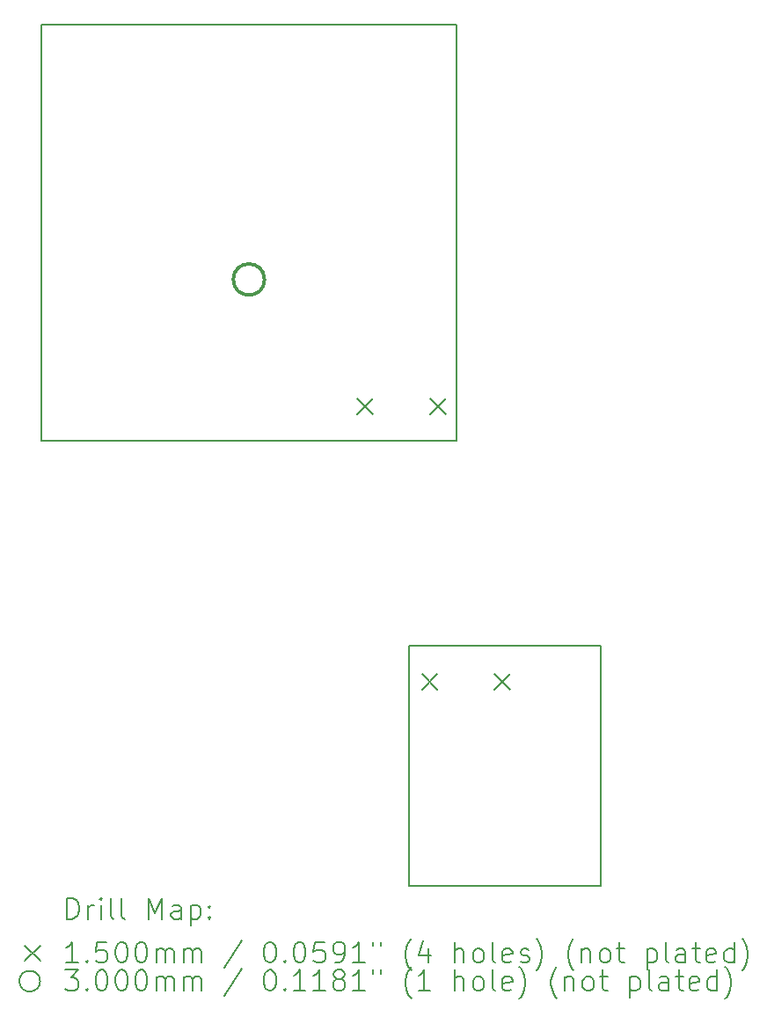
<source format=gbr>
%TF.GenerationSoftware,KiCad,Pcbnew,9.0.2*%
%TF.CreationDate,2025-07-09T02:03:54-04:00*%
%TF.ProjectId,FBT,4642542e-6b69-4636-9164-5f7063625858,rev?*%
%TF.SameCoordinates,Original*%
%TF.FileFunction,Drillmap*%
%TF.FilePolarity,Positive*%
%FSLAX45Y45*%
G04 Gerber Fmt 4.5, Leading zero omitted, Abs format (unit mm)*
G04 Created by KiCad (PCBNEW 9.0.2) date 2025-07-09 02:03:54*
%MOMM*%
%LPD*%
G01*
G04 APERTURE LIST*
%ADD10C,0.200000*%
%ADD11C,0.150000*%
%ADD12C,0.300000*%
G04 APERTURE END LIST*
D10*
X16539000Y-10973000D02*
X18389000Y-10973000D01*
X18389000Y-13283000D01*
X16539000Y-13283000D01*
X16539000Y-10973000D01*
X13000000Y-5000000D02*
X17000000Y-5000000D01*
X17000000Y-9000000D01*
X13000000Y-9000000D01*
X13000000Y-5000000D01*
D11*
X16045500Y-8595000D02*
X16195500Y-8745000D01*
X16195500Y-8595000D02*
X16045500Y-8745000D01*
X16665000Y-11245000D02*
X16815000Y-11395000D01*
X16815000Y-11245000D02*
X16665000Y-11395000D01*
X16745500Y-8595000D02*
X16895500Y-8745000D01*
X16895500Y-8595000D02*
X16745500Y-8745000D01*
X17365000Y-11245000D02*
X17515000Y-11395000D01*
X17515000Y-11245000D02*
X17365000Y-11395000D01*
D12*
X15150000Y-7450000D02*
G75*
G02*
X14850000Y-7450000I-150000J0D01*
G01*
X14850000Y-7450000D02*
G75*
G02*
X15150000Y-7450000I150000J0D01*
G01*
D10*
X13250777Y-13604484D02*
X13250777Y-13404484D01*
X13250777Y-13404484D02*
X13298396Y-13404484D01*
X13298396Y-13404484D02*
X13326967Y-13414008D01*
X13326967Y-13414008D02*
X13346015Y-13433055D01*
X13346015Y-13433055D02*
X13355539Y-13452103D01*
X13355539Y-13452103D02*
X13365062Y-13490198D01*
X13365062Y-13490198D02*
X13365062Y-13518769D01*
X13365062Y-13518769D02*
X13355539Y-13556865D01*
X13355539Y-13556865D02*
X13346015Y-13575912D01*
X13346015Y-13575912D02*
X13326967Y-13594960D01*
X13326967Y-13594960D02*
X13298396Y-13604484D01*
X13298396Y-13604484D02*
X13250777Y-13604484D01*
X13450777Y-13604484D02*
X13450777Y-13471150D01*
X13450777Y-13509246D02*
X13460301Y-13490198D01*
X13460301Y-13490198D02*
X13469824Y-13480674D01*
X13469824Y-13480674D02*
X13488872Y-13471150D01*
X13488872Y-13471150D02*
X13507920Y-13471150D01*
X13574586Y-13604484D02*
X13574586Y-13471150D01*
X13574586Y-13404484D02*
X13565062Y-13414008D01*
X13565062Y-13414008D02*
X13574586Y-13423531D01*
X13574586Y-13423531D02*
X13584110Y-13414008D01*
X13584110Y-13414008D02*
X13574586Y-13404484D01*
X13574586Y-13404484D02*
X13574586Y-13423531D01*
X13698396Y-13604484D02*
X13679348Y-13594960D01*
X13679348Y-13594960D02*
X13669824Y-13575912D01*
X13669824Y-13575912D02*
X13669824Y-13404484D01*
X13803158Y-13604484D02*
X13784110Y-13594960D01*
X13784110Y-13594960D02*
X13774586Y-13575912D01*
X13774586Y-13575912D02*
X13774586Y-13404484D01*
X14031729Y-13604484D02*
X14031729Y-13404484D01*
X14031729Y-13404484D02*
X14098396Y-13547341D01*
X14098396Y-13547341D02*
X14165062Y-13404484D01*
X14165062Y-13404484D02*
X14165062Y-13604484D01*
X14346015Y-13604484D02*
X14346015Y-13499722D01*
X14346015Y-13499722D02*
X14336491Y-13480674D01*
X14336491Y-13480674D02*
X14317443Y-13471150D01*
X14317443Y-13471150D02*
X14279348Y-13471150D01*
X14279348Y-13471150D02*
X14260301Y-13480674D01*
X14346015Y-13594960D02*
X14326967Y-13604484D01*
X14326967Y-13604484D02*
X14279348Y-13604484D01*
X14279348Y-13604484D02*
X14260301Y-13594960D01*
X14260301Y-13594960D02*
X14250777Y-13575912D01*
X14250777Y-13575912D02*
X14250777Y-13556865D01*
X14250777Y-13556865D02*
X14260301Y-13537817D01*
X14260301Y-13537817D02*
X14279348Y-13528293D01*
X14279348Y-13528293D02*
X14326967Y-13528293D01*
X14326967Y-13528293D02*
X14346015Y-13518769D01*
X14441253Y-13471150D02*
X14441253Y-13671150D01*
X14441253Y-13480674D02*
X14460301Y-13471150D01*
X14460301Y-13471150D02*
X14498396Y-13471150D01*
X14498396Y-13471150D02*
X14517443Y-13480674D01*
X14517443Y-13480674D02*
X14526967Y-13490198D01*
X14526967Y-13490198D02*
X14536491Y-13509246D01*
X14536491Y-13509246D02*
X14536491Y-13566388D01*
X14536491Y-13566388D02*
X14526967Y-13585436D01*
X14526967Y-13585436D02*
X14517443Y-13594960D01*
X14517443Y-13594960D02*
X14498396Y-13604484D01*
X14498396Y-13604484D02*
X14460301Y-13604484D01*
X14460301Y-13604484D02*
X14441253Y-13594960D01*
X14622205Y-13585436D02*
X14631729Y-13594960D01*
X14631729Y-13594960D02*
X14622205Y-13604484D01*
X14622205Y-13604484D02*
X14612682Y-13594960D01*
X14612682Y-13594960D02*
X14622205Y-13585436D01*
X14622205Y-13585436D02*
X14622205Y-13604484D01*
X14622205Y-13480674D02*
X14631729Y-13490198D01*
X14631729Y-13490198D02*
X14622205Y-13499722D01*
X14622205Y-13499722D02*
X14612682Y-13490198D01*
X14612682Y-13490198D02*
X14622205Y-13480674D01*
X14622205Y-13480674D02*
X14622205Y-13499722D01*
D11*
X12840000Y-13858000D02*
X12990000Y-14008000D01*
X12990000Y-13858000D02*
X12840000Y-14008000D01*
D10*
X13355539Y-14024484D02*
X13241253Y-14024484D01*
X13298396Y-14024484D02*
X13298396Y-13824484D01*
X13298396Y-13824484D02*
X13279348Y-13853055D01*
X13279348Y-13853055D02*
X13260301Y-13872103D01*
X13260301Y-13872103D02*
X13241253Y-13881627D01*
X13441253Y-14005436D02*
X13450777Y-14014960D01*
X13450777Y-14014960D02*
X13441253Y-14024484D01*
X13441253Y-14024484D02*
X13431729Y-14014960D01*
X13431729Y-14014960D02*
X13441253Y-14005436D01*
X13441253Y-14005436D02*
X13441253Y-14024484D01*
X13631729Y-13824484D02*
X13536491Y-13824484D01*
X13536491Y-13824484D02*
X13526967Y-13919722D01*
X13526967Y-13919722D02*
X13536491Y-13910198D01*
X13536491Y-13910198D02*
X13555539Y-13900674D01*
X13555539Y-13900674D02*
X13603158Y-13900674D01*
X13603158Y-13900674D02*
X13622205Y-13910198D01*
X13622205Y-13910198D02*
X13631729Y-13919722D01*
X13631729Y-13919722D02*
X13641253Y-13938769D01*
X13641253Y-13938769D02*
X13641253Y-13986388D01*
X13641253Y-13986388D02*
X13631729Y-14005436D01*
X13631729Y-14005436D02*
X13622205Y-14014960D01*
X13622205Y-14014960D02*
X13603158Y-14024484D01*
X13603158Y-14024484D02*
X13555539Y-14024484D01*
X13555539Y-14024484D02*
X13536491Y-14014960D01*
X13536491Y-14014960D02*
X13526967Y-14005436D01*
X13765062Y-13824484D02*
X13784110Y-13824484D01*
X13784110Y-13824484D02*
X13803158Y-13834008D01*
X13803158Y-13834008D02*
X13812682Y-13843531D01*
X13812682Y-13843531D02*
X13822205Y-13862579D01*
X13822205Y-13862579D02*
X13831729Y-13900674D01*
X13831729Y-13900674D02*
X13831729Y-13948293D01*
X13831729Y-13948293D02*
X13822205Y-13986388D01*
X13822205Y-13986388D02*
X13812682Y-14005436D01*
X13812682Y-14005436D02*
X13803158Y-14014960D01*
X13803158Y-14014960D02*
X13784110Y-14024484D01*
X13784110Y-14024484D02*
X13765062Y-14024484D01*
X13765062Y-14024484D02*
X13746015Y-14014960D01*
X13746015Y-14014960D02*
X13736491Y-14005436D01*
X13736491Y-14005436D02*
X13726967Y-13986388D01*
X13726967Y-13986388D02*
X13717443Y-13948293D01*
X13717443Y-13948293D02*
X13717443Y-13900674D01*
X13717443Y-13900674D02*
X13726967Y-13862579D01*
X13726967Y-13862579D02*
X13736491Y-13843531D01*
X13736491Y-13843531D02*
X13746015Y-13834008D01*
X13746015Y-13834008D02*
X13765062Y-13824484D01*
X13955539Y-13824484D02*
X13974586Y-13824484D01*
X13974586Y-13824484D02*
X13993634Y-13834008D01*
X13993634Y-13834008D02*
X14003158Y-13843531D01*
X14003158Y-13843531D02*
X14012682Y-13862579D01*
X14012682Y-13862579D02*
X14022205Y-13900674D01*
X14022205Y-13900674D02*
X14022205Y-13948293D01*
X14022205Y-13948293D02*
X14012682Y-13986388D01*
X14012682Y-13986388D02*
X14003158Y-14005436D01*
X14003158Y-14005436D02*
X13993634Y-14014960D01*
X13993634Y-14014960D02*
X13974586Y-14024484D01*
X13974586Y-14024484D02*
X13955539Y-14024484D01*
X13955539Y-14024484D02*
X13936491Y-14014960D01*
X13936491Y-14014960D02*
X13926967Y-14005436D01*
X13926967Y-14005436D02*
X13917443Y-13986388D01*
X13917443Y-13986388D02*
X13907920Y-13948293D01*
X13907920Y-13948293D02*
X13907920Y-13900674D01*
X13907920Y-13900674D02*
X13917443Y-13862579D01*
X13917443Y-13862579D02*
X13926967Y-13843531D01*
X13926967Y-13843531D02*
X13936491Y-13834008D01*
X13936491Y-13834008D02*
X13955539Y-13824484D01*
X14107920Y-14024484D02*
X14107920Y-13891150D01*
X14107920Y-13910198D02*
X14117443Y-13900674D01*
X14117443Y-13900674D02*
X14136491Y-13891150D01*
X14136491Y-13891150D02*
X14165063Y-13891150D01*
X14165063Y-13891150D02*
X14184110Y-13900674D01*
X14184110Y-13900674D02*
X14193634Y-13919722D01*
X14193634Y-13919722D02*
X14193634Y-14024484D01*
X14193634Y-13919722D02*
X14203158Y-13900674D01*
X14203158Y-13900674D02*
X14222205Y-13891150D01*
X14222205Y-13891150D02*
X14250777Y-13891150D01*
X14250777Y-13891150D02*
X14269824Y-13900674D01*
X14269824Y-13900674D02*
X14279348Y-13919722D01*
X14279348Y-13919722D02*
X14279348Y-14024484D01*
X14374586Y-14024484D02*
X14374586Y-13891150D01*
X14374586Y-13910198D02*
X14384110Y-13900674D01*
X14384110Y-13900674D02*
X14403158Y-13891150D01*
X14403158Y-13891150D02*
X14431729Y-13891150D01*
X14431729Y-13891150D02*
X14450777Y-13900674D01*
X14450777Y-13900674D02*
X14460301Y-13919722D01*
X14460301Y-13919722D02*
X14460301Y-14024484D01*
X14460301Y-13919722D02*
X14469824Y-13900674D01*
X14469824Y-13900674D02*
X14488872Y-13891150D01*
X14488872Y-13891150D02*
X14517443Y-13891150D01*
X14517443Y-13891150D02*
X14536491Y-13900674D01*
X14536491Y-13900674D02*
X14546015Y-13919722D01*
X14546015Y-13919722D02*
X14546015Y-14024484D01*
X14936491Y-13814960D02*
X14765063Y-14072103D01*
X15193634Y-13824484D02*
X15212682Y-13824484D01*
X15212682Y-13824484D02*
X15231729Y-13834008D01*
X15231729Y-13834008D02*
X15241253Y-13843531D01*
X15241253Y-13843531D02*
X15250777Y-13862579D01*
X15250777Y-13862579D02*
X15260301Y-13900674D01*
X15260301Y-13900674D02*
X15260301Y-13948293D01*
X15260301Y-13948293D02*
X15250777Y-13986388D01*
X15250777Y-13986388D02*
X15241253Y-14005436D01*
X15241253Y-14005436D02*
X15231729Y-14014960D01*
X15231729Y-14014960D02*
X15212682Y-14024484D01*
X15212682Y-14024484D02*
X15193634Y-14024484D01*
X15193634Y-14024484D02*
X15174586Y-14014960D01*
X15174586Y-14014960D02*
X15165063Y-14005436D01*
X15165063Y-14005436D02*
X15155539Y-13986388D01*
X15155539Y-13986388D02*
X15146015Y-13948293D01*
X15146015Y-13948293D02*
X15146015Y-13900674D01*
X15146015Y-13900674D02*
X15155539Y-13862579D01*
X15155539Y-13862579D02*
X15165063Y-13843531D01*
X15165063Y-13843531D02*
X15174586Y-13834008D01*
X15174586Y-13834008D02*
X15193634Y-13824484D01*
X15346015Y-14005436D02*
X15355539Y-14014960D01*
X15355539Y-14014960D02*
X15346015Y-14024484D01*
X15346015Y-14024484D02*
X15336491Y-14014960D01*
X15336491Y-14014960D02*
X15346015Y-14005436D01*
X15346015Y-14005436D02*
X15346015Y-14024484D01*
X15479348Y-13824484D02*
X15498396Y-13824484D01*
X15498396Y-13824484D02*
X15517444Y-13834008D01*
X15517444Y-13834008D02*
X15526967Y-13843531D01*
X15526967Y-13843531D02*
X15536491Y-13862579D01*
X15536491Y-13862579D02*
X15546015Y-13900674D01*
X15546015Y-13900674D02*
X15546015Y-13948293D01*
X15546015Y-13948293D02*
X15536491Y-13986388D01*
X15536491Y-13986388D02*
X15526967Y-14005436D01*
X15526967Y-14005436D02*
X15517444Y-14014960D01*
X15517444Y-14014960D02*
X15498396Y-14024484D01*
X15498396Y-14024484D02*
X15479348Y-14024484D01*
X15479348Y-14024484D02*
X15460301Y-14014960D01*
X15460301Y-14014960D02*
X15450777Y-14005436D01*
X15450777Y-14005436D02*
X15441253Y-13986388D01*
X15441253Y-13986388D02*
X15431729Y-13948293D01*
X15431729Y-13948293D02*
X15431729Y-13900674D01*
X15431729Y-13900674D02*
X15441253Y-13862579D01*
X15441253Y-13862579D02*
X15450777Y-13843531D01*
X15450777Y-13843531D02*
X15460301Y-13834008D01*
X15460301Y-13834008D02*
X15479348Y-13824484D01*
X15726967Y-13824484D02*
X15631729Y-13824484D01*
X15631729Y-13824484D02*
X15622206Y-13919722D01*
X15622206Y-13919722D02*
X15631729Y-13910198D01*
X15631729Y-13910198D02*
X15650777Y-13900674D01*
X15650777Y-13900674D02*
X15698396Y-13900674D01*
X15698396Y-13900674D02*
X15717444Y-13910198D01*
X15717444Y-13910198D02*
X15726967Y-13919722D01*
X15726967Y-13919722D02*
X15736491Y-13938769D01*
X15736491Y-13938769D02*
X15736491Y-13986388D01*
X15736491Y-13986388D02*
X15726967Y-14005436D01*
X15726967Y-14005436D02*
X15717444Y-14014960D01*
X15717444Y-14014960D02*
X15698396Y-14024484D01*
X15698396Y-14024484D02*
X15650777Y-14024484D01*
X15650777Y-14024484D02*
X15631729Y-14014960D01*
X15631729Y-14014960D02*
X15622206Y-14005436D01*
X15831729Y-14024484D02*
X15869825Y-14024484D01*
X15869825Y-14024484D02*
X15888872Y-14014960D01*
X15888872Y-14014960D02*
X15898396Y-14005436D01*
X15898396Y-14005436D02*
X15917444Y-13976865D01*
X15917444Y-13976865D02*
X15926967Y-13938769D01*
X15926967Y-13938769D02*
X15926967Y-13862579D01*
X15926967Y-13862579D02*
X15917444Y-13843531D01*
X15917444Y-13843531D02*
X15907920Y-13834008D01*
X15907920Y-13834008D02*
X15888872Y-13824484D01*
X15888872Y-13824484D02*
X15850777Y-13824484D01*
X15850777Y-13824484D02*
X15831729Y-13834008D01*
X15831729Y-13834008D02*
X15822206Y-13843531D01*
X15822206Y-13843531D02*
X15812682Y-13862579D01*
X15812682Y-13862579D02*
X15812682Y-13910198D01*
X15812682Y-13910198D02*
X15822206Y-13929246D01*
X15822206Y-13929246D02*
X15831729Y-13938769D01*
X15831729Y-13938769D02*
X15850777Y-13948293D01*
X15850777Y-13948293D02*
X15888872Y-13948293D01*
X15888872Y-13948293D02*
X15907920Y-13938769D01*
X15907920Y-13938769D02*
X15917444Y-13929246D01*
X15917444Y-13929246D02*
X15926967Y-13910198D01*
X16117444Y-14024484D02*
X16003158Y-14024484D01*
X16060301Y-14024484D02*
X16060301Y-13824484D01*
X16060301Y-13824484D02*
X16041253Y-13853055D01*
X16041253Y-13853055D02*
X16022206Y-13872103D01*
X16022206Y-13872103D02*
X16003158Y-13881627D01*
X16193634Y-13824484D02*
X16193634Y-13862579D01*
X16269825Y-13824484D02*
X16269825Y-13862579D01*
X16565063Y-14100674D02*
X16555539Y-14091150D01*
X16555539Y-14091150D02*
X16536491Y-14062579D01*
X16536491Y-14062579D02*
X16526968Y-14043531D01*
X16526968Y-14043531D02*
X16517444Y-14014960D01*
X16517444Y-14014960D02*
X16507920Y-13967341D01*
X16507920Y-13967341D02*
X16507920Y-13929246D01*
X16507920Y-13929246D02*
X16517444Y-13881627D01*
X16517444Y-13881627D02*
X16526968Y-13853055D01*
X16526968Y-13853055D02*
X16536491Y-13834008D01*
X16536491Y-13834008D02*
X16555539Y-13805436D01*
X16555539Y-13805436D02*
X16565063Y-13795912D01*
X16726968Y-13891150D02*
X16726968Y-14024484D01*
X16679348Y-13814960D02*
X16631729Y-13957817D01*
X16631729Y-13957817D02*
X16755539Y-13957817D01*
X16984111Y-14024484D02*
X16984111Y-13824484D01*
X17069825Y-14024484D02*
X17069825Y-13919722D01*
X17069825Y-13919722D02*
X17060301Y-13900674D01*
X17060301Y-13900674D02*
X17041253Y-13891150D01*
X17041253Y-13891150D02*
X17012682Y-13891150D01*
X17012682Y-13891150D02*
X16993634Y-13900674D01*
X16993634Y-13900674D02*
X16984111Y-13910198D01*
X17193634Y-14024484D02*
X17174587Y-14014960D01*
X17174587Y-14014960D02*
X17165063Y-14005436D01*
X17165063Y-14005436D02*
X17155539Y-13986388D01*
X17155539Y-13986388D02*
X17155539Y-13929246D01*
X17155539Y-13929246D02*
X17165063Y-13910198D01*
X17165063Y-13910198D02*
X17174587Y-13900674D01*
X17174587Y-13900674D02*
X17193634Y-13891150D01*
X17193634Y-13891150D02*
X17222206Y-13891150D01*
X17222206Y-13891150D02*
X17241253Y-13900674D01*
X17241253Y-13900674D02*
X17250777Y-13910198D01*
X17250777Y-13910198D02*
X17260301Y-13929246D01*
X17260301Y-13929246D02*
X17260301Y-13986388D01*
X17260301Y-13986388D02*
X17250777Y-14005436D01*
X17250777Y-14005436D02*
X17241253Y-14014960D01*
X17241253Y-14014960D02*
X17222206Y-14024484D01*
X17222206Y-14024484D02*
X17193634Y-14024484D01*
X17374587Y-14024484D02*
X17355539Y-14014960D01*
X17355539Y-14014960D02*
X17346015Y-13995912D01*
X17346015Y-13995912D02*
X17346015Y-13824484D01*
X17526968Y-14014960D02*
X17507920Y-14024484D01*
X17507920Y-14024484D02*
X17469825Y-14024484D01*
X17469825Y-14024484D02*
X17450777Y-14014960D01*
X17450777Y-14014960D02*
X17441253Y-13995912D01*
X17441253Y-13995912D02*
X17441253Y-13919722D01*
X17441253Y-13919722D02*
X17450777Y-13900674D01*
X17450777Y-13900674D02*
X17469825Y-13891150D01*
X17469825Y-13891150D02*
X17507920Y-13891150D01*
X17507920Y-13891150D02*
X17526968Y-13900674D01*
X17526968Y-13900674D02*
X17536492Y-13919722D01*
X17536492Y-13919722D02*
X17536492Y-13938769D01*
X17536492Y-13938769D02*
X17441253Y-13957817D01*
X17612682Y-14014960D02*
X17631730Y-14024484D01*
X17631730Y-14024484D02*
X17669825Y-14024484D01*
X17669825Y-14024484D02*
X17688873Y-14014960D01*
X17688873Y-14014960D02*
X17698396Y-13995912D01*
X17698396Y-13995912D02*
X17698396Y-13986388D01*
X17698396Y-13986388D02*
X17688873Y-13967341D01*
X17688873Y-13967341D02*
X17669825Y-13957817D01*
X17669825Y-13957817D02*
X17641253Y-13957817D01*
X17641253Y-13957817D02*
X17622206Y-13948293D01*
X17622206Y-13948293D02*
X17612682Y-13929246D01*
X17612682Y-13929246D02*
X17612682Y-13919722D01*
X17612682Y-13919722D02*
X17622206Y-13900674D01*
X17622206Y-13900674D02*
X17641253Y-13891150D01*
X17641253Y-13891150D02*
X17669825Y-13891150D01*
X17669825Y-13891150D02*
X17688873Y-13900674D01*
X17765063Y-14100674D02*
X17774587Y-14091150D01*
X17774587Y-14091150D02*
X17793634Y-14062579D01*
X17793634Y-14062579D02*
X17803158Y-14043531D01*
X17803158Y-14043531D02*
X17812682Y-14014960D01*
X17812682Y-14014960D02*
X17822206Y-13967341D01*
X17822206Y-13967341D02*
X17822206Y-13929246D01*
X17822206Y-13929246D02*
X17812682Y-13881627D01*
X17812682Y-13881627D02*
X17803158Y-13853055D01*
X17803158Y-13853055D02*
X17793634Y-13834008D01*
X17793634Y-13834008D02*
X17774587Y-13805436D01*
X17774587Y-13805436D02*
X17765063Y-13795912D01*
X18126968Y-14100674D02*
X18117444Y-14091150D01*
X18117444Y-14091150D02*
X18098396Y-14062579D01*
X18098396Y-14062579D02*
X18088873Y-14043531D01*
X18088873Y-14043531D02*
X18079349Y-14014960D01*
X18079349Y-14014960D02*
X18069825Y-13967341D01*
X18069825Y-13967341D02*
X18069825Y-13929246D01*
X18069825Y-13929246D02*
X18079349Y-13881627D01*
X18079349Y-13881627D02*
X18088873Y-13853055D01*
X18088873Y-13853055D02*
X18098396Y-13834008D01*
X18098396Y-13834008D02*
X18117444Y-13805436D01*
X18117444Y-13805436D02*
X18126968Y-13795912D01*
X18203158Y-13891150D02*
X18203158Y-14024484D01*
X18203158Y-13910198D02*
X18212682Y-13900674D01*
X18212682Y-13900674D02*
X18231730Y-13891150D01*
X18231730Y-13891150D02*
X18260301Y-13891150D01*
X18260301Y-13891150D02*
X18279349Y-13900674D01*
X18279349Y-13900674D02*
X18288873Y-13919722D01*
X18288873Y-13919722D02*
X18288873Y-14024484D01*
X18412682Y-14024484D02*
X18393634Y-14014960D01*
X18393634Y-14014960D02*
X18384111Y-14005436D01*
X18384111Y-14005436D02*
X18374587Y-13986388D01*
X18374587Y-13986388D02*
X18374587Y-13929246D01*
X18374587Y-13929246D02*
X18384111Y-13910198D01*
X18384111Y-13910198D02*
X18393634Y-13900674D01*
X18393634Y-13900674D02*
X18412682Y-13891150D01*
X18412682Y-13891150D02*
X18441254Y-13891150D01*
X18441254Y-13891150D02*
X18460301Y-13900674D01*
X18460301Y-13900674D02*
X18469825Y-13910198D01*
X18469825Y-13910198D02*
X18479349Y-13929246D01*
X18479349Y-13929246D02*
X18479349Y-13986388D01*
X18479349Y-13986388D02*
X18469825Y-14005436D01*
X18469825Y-14005436D02*
X18460301Y-14014960D01*
X18460301Y-14014960D02*
X18441254Y-14024484D01*
X18441254Y-14024484D02*
X18412682Y-14024484D01*
X18536492Y-13891150D02*
X18612682Y-13891150D01*
X18565063Y-13824484D02*
X18565063Y-13995912D01*
X18565063Y-13995912D02*
X18574587Y-14014960D01*
X18574587Y-14014960D02*
X18593634Y-14024484D01*
X18593634Y-14024484D02*
X18612682Y-14024484D01*
X18831730Y-13891150D02*
X18831730Y-14091150D01*
X18831730Y-13900674D02*
X18850777Y-13891150D01*
X18850777Y-13891150D02*
X18888873Y-13891150D01*
X18888873Y-13891150D02*
X18907920Y-13900674D01*
X18907920Y-13900674D02*
X18917444Y-13910198D01*
X18917444Y-13910198D02*
X18926968Y-13929246D01*
X18926968Y-13929246D02*
X18926968Y-13986388D01*
X18926968Y-13986388D02*
X18917444Y-14005436D01*
X18917444Y-14005436D02*
X18907920Y-14014960D01*
X18907920Y-14014960D02*
X18888873Y-14024484D01*
X18888873Y-14024484D02*
X18850777Y-14024484D01*
X18850777Y-14024484D02*
X18831730Y-14014960D01*
X19041254Y-14024484D02*
X19022206Y-14014960D01*
X19022206Y-14014960D02*
X19012682Y-13995912D01*
X19012682Y-13995912D02*
X19012682Y-13824484D01*
X19203158Y-14024484D02*
X19203158Y-13919722D01*
X19203158Y-13919722D02*
X19193635Y-13900674D01*
X19193635Y-13900674D02*
X19174587Y-13891150D01*
X19174587Y-13891150D02*
X19136492Y-13891150D01*
X19136492Y-13891150D02*
X19117444Y-13900674D01*
X19203158Y-14014960D02*
X19184111Y-14024484D01*
X19184111Y-14024484D02*
X19136492Y-14024484D01*
X19136492Y-14024484D02*
X19117444Y-14014960D01*
X19117444Y-14014960D02*
X19107920Y-13995912D01*
X19107920Y-13995912D02*
X19107920Y-13976865D01*
X19107920Y-13976865D02*
X19117444Y-13957817D01*
X19117444Y-13957817D02*
X19136492Y-13948293D01*
X19136492Y-13948293D02*
X19184111Y-13948293D01*
X19184111Y-13948293D02*
X19203158Y-13938769D01*
X19269825Y-13891150D02*
X19346015Y-13891150D01*
X19298396Y-13824484D02*
X19298396Y-13995912D01*
X19298396Y-13995912D02*
X19307920Y-14014960D01*
X19307920Y-14014960D02*
X19326968Y-14024484D01*
X19326968Y-14024484D02*
X19346015Y-14024484D01*
X19488873Y-14014960D02*
X19469825Y-14024484D01*
X19469825Y-14024484D02*
X19431730Y-14024484D01*
X19431730Y-14024484D02*
X19412682Y-14014960D01*
X19412682Y-14014960D02*
X19403158Y-13995912D01*
X19403158Y-13995912D02*
X19403158Y-13919722D01*
X19403158Y-13919722D02*
X19412682Y-13900674D01*
X19412682Y-13900674D02*
X19431730Y-13891150D01*
X19431730Y-13891150D02*
X19469825Y-13891150D01*
X19469825Y-13891150D02*
X19488873Y-13900674D01*
X19488873Y-13900674D02*
X19498396Y-13919722D01*
X19498396Y-13919722D02*
X19498396Y-13938769D01*
X19498396Y-13938769D02*
X19403158Y-13957817D01*
X19669825Y-14024484D02*
X19669825Y-13824484D01*
X19669825Y-14014960D02*
X19650777Y-14024484D01*
X19650777Y-14024484D02*
X19612682Y-14024484D01*
X19612682Y-14024484D02*
X19593635Y-14014960D01*
X19593635Y-14014960D02*
X19584111Y-14005436D01*
X19584111Y-14005436D02*
X19574587Y-13986388D01*
X19574587Y-13986388D02*
X19574587Y-13929246D01*
X19574587Y-13929246D02*
X19584111Y-13910198D01*
X19584111Y-13910198D02*
X19593635Y-13900674D01*
X19593635Y-13900674D02*
X19612682Y-13891150D01*
X19612682Y-13891150D02*
X19650777Y-13891150D01*
X19650777Y-13891150D02*
X19669825Y-13900674D01*
X19746016Y-14100674D02*
X19755539Y-14091150D01*
X19755539Y-14091150D02*
X19774587Y-14062579D01*
X19774587Y-14062579D02*
X19784111Y-14043531D01*
X19784111Y-14043531D02*
X19793635Y-14014960D01*
X19793635Y-14014960D02*
X19803158Y-13967341D01*
X19803158Y-13967341D02*
X19803158Y-13929246D01*
X19803158Y-13929246D02*
X19793635Y-13881627D01*
X19793635Y-13881627D02*
X19784111Y-13853055D01*
X19784111Y-13853055D02*
X19774587Y-13834008D01*
X19774587Y-13834008D02*
X19755539Y-13805436D01*
X19755539Y-13805436D02*
X19746016Y-13795912D01*
X12990000Y-14203000D02*
G75*
G02*
X12790000Y-14203000I-100000J0D01*
G01*
X12790000Y-14203000D02*
G75*
G02*
X12990000Y-14203000I100000J0D01*
G01*
X13231729Y-14094484D02*
X13355539Y-14094484D01*
X13355539Y-14094484D02*
X13288872Y-14170674D01*
X13288872Y-14170674D02*
X13317443Y-14170674D01*
X13317443Y-14170674D02*
X13336491Y-14180198D01*
X13336491Y-14180198D02*
X13346015Y-14189722D01*
X13346015Y-14189722D02*
X13355539Y-14208769D01*
X13355539Y-14208769D02*
X13355539Y-14256388D01*
X13355539Y-14256388D02*
X13346015Y-14275436D01*
X13346015Y-14275436D02*
X13336491Y-14284960D01*
X13336491Y-14284960D02*
X13317443Y-14294484D01*
X13317443Y-14294484D02*
X13260301Y-14294484D01*
X13260301Y-14294484D02*
X13241253Y-14284960D01*
X13241253Y-14284960D02*
X13231729Y-14275436D01*
X13441253Y-14275436D02*
X13450777Y-14284960D01*
X13450777Y-14284960D02*
X13441253Y-14294484D01*
X13441253Y-14294484D02*
X13431729Y-14284960D01*
X13431729Y-14284960D02*
X13441253Y-14275436D01*
X13441253Y-14275436D02*
X13441253Y-14294484D01*
X13574586Y-14094484D02*
X13593634Y-14094484D01*
X13593634Y-14094484D02*
X13612682Y-14104008D01*
X13612682Y-14104008D02*
X13622205Y-14113531D01*
X13622205Y-14113531D02*
X13631729Y-14132579D01*
X13631729Y-14132579D02*
X13641253Y-14170674D01*
X13641253Y-14170674D02*
X13641253Y-14218293D01*
X13641253Y-14218293D02*
X13631729Y-14256388D01*
X13631729Y-14256388D02*
X13622205Y-14275436D01*
X13622205Y-14275436D02*
X13612682Y-14284960D01*
X13612682Y-14284960D02*
X13593634Y-14294484D01*
X13593634Y-14294484D02*
X13574586Y-14294484D01*
X13574586Y-14294484D02*
X13555539Y-14284960D01*
X13555539Y-14284960D02*
X13546015Y-14275436D01*
X13546015Y-14275436D02*
X13536491Y-14256388D01*
X13536491Y-14256388D02*
X13526967Y-14218293D01*
X13526967Y-14218293D02*
X13526967Y-14170674D01*
X13526967Y-14170674D02*
X13536491Y-14132579D01*
X13536491Y-14132579D02*
X13546015Y-14113531D01*
X13546015Y-14113531D02*
X13555539Y-14104008D01*
X13555539Y-14104008D02*
X13574586Y-14094484D01*
X13765062Y-14094484D02*
X13784110Y-14094484D01*
X13784110Y-14094484D02*
X13803158Y-14104008D01*
X13803158Y-14104008D02*
X13812682Y-14113531D01*
X13812682Y-14113531D02*
X13822205Y-14132579D01*
X13822205Y-14132579D02*
X13831729Y-14170674D01*
X13831729Y-14170674D02*
X13831729Y-14218293D01*
X13831729Y-14218293D02*
X13822205Y-14256388D01*
X13822205Y-14256388D02*
X13812682Y-14275436D01*
X13812682Y-14275436D02*
X13803158Y-14284960D01*
X13803158Y-14284960D02*
X13784110Y-14294484D01*
X13784110Y-14294484D02*
X13765062Y-14294484D01*
X13765062Y-14294484D02*
X13746015Y-14284960D01*
X13746015Y-14284960D02*
X13736491Y-14275436D01*
X13736491Y-14275436D02*
X13726967Y-14256388D01*
X13726967Y-14256388D02*
X13717443Y-14218293D01*
X13717443Y-14218293D02*
X13717443Y-14170674D01*
X13717443Y-14170674D02*
X13726967Y-14132579D01*
X13726967Y-14132579D02*
X13736491Y-14113531D01*
X13736491Y-14113531D02*
X13746015Y-14104008D01*
X13746015Y-14104008D02*
X13765062Y-14094484D01*
X13955539Y-14094484D02*
X13974586Y-14094484D01*
X13974586Y-14094484D02*
X13993634Y-14104008D01*
X13993634Y-14104008D02*
X14003158Y-14113531D01*
X14003158Y-14113531D02*
X14012682Y-14132579D01*
X14012682Y-14132579D02*
X14022205Y-14170674D01*
X14022205Y-14170674D02*
X14022205Y-14218293D01*
X14022205Y-14218293D02*
X14012682Y-14256388D01*
X14012682Y-14256388D02*
X14003158Y-14275436D01*
X14003158Y-14275436D02*
X13993634Y-14284960D01*
X13993634Y-14284960D02*
X13974586Y-14294484D01*
X13974586Y-14294484D02*
X13955539Y-14294484D01*
X13955539Y-14294484D02*
X13936491Y-14284960D01*
X13936491Y-14284960D02*
X13926967Y-14275436D01*
X13926967Y-14275436D02*
X13917443Y-14256388D01*
X13917443Y-14256388D02*
X13907920Y-14218293D01*
X13907920Y-14218293D02*
X13907920Y-14170674D01*
X13907920Y-14170674D02*
X13917443Y-14132579D01*
X13917443Y-14132579D02*
X13926967Y-14113531D01*
X13926967Y-14113531D02*
X13936491Y-14104008D01*
X13936491Y-14104008D02*
X13955539Y-14094484D01*
X14107920Y-14294484D02*
X14107920Y-14161150D01*
X14107920Y-14180198D02*
X14117443Y-14170674D01*
X14117443Y-14170674D02*
X14136491Y-14161150D01*
X14136491Y-14161150D02*
X14165063Y-14161150D01*
X14165063Y-14161150D02*
X14184110Y-14170674D01*
X14184110Y-14170674D02*
X14193634Y-14189722D01*
X14193634Y-14189722D02*
X14193634Y-14294484D01*
X14193634Y-14189722D02*
X14203158Y-14170674D01*
X14203158Y-14170674D02*
X14222205Y-14161150D01*
X14222205Y-14161150D02*
X14250777Y-14161150D01*
X14250777Y-14161150D02*
X14269824Y-14170674D01*
X14269824Y-14170674D02*
X14279348Y-14189722D01*
X14279348Y-14189722D02*
X14279348Y-14294484D01*
X14374586Y-14294484D02*
X14374586Y-14161150D01*
X14374586Y-14180198D02*
X14384110Y-14170674D01*
X14384110Y-14170674D02*
X14403158Y-14161150D01*
X14403158Y-14161150D02*
X14431729Y-14161150D01*
X14431729Y-14161150D02*
X14450777Y-14170674D01*
X14450777Y-14170674D02*
X14460301Y-14189722D01*
X14460301Y-14189722D02*
X14460301Y-14294484D01*
X14460301Y-14189722D02*
X14469824Y-14170674D01*
X14469824Y-14170674D02*
X14488872Y-14161150D01*
X14488872Y-14161150D02*
X14517443Y-14161150D01*
X14517443Y-14161150D02*
X14536491Y-14170674D01*
X14536491Y-14170674D02*
X14546015Y-14189722D01*
X14546015Y-14189722D02*
X14546015Y-14294484D01*
X14936491Y-14084960D02*
X14765063Y-14342103D01*
X15193634Y-14094484D02*
X15212682Y-14094484D01*
X15212682Y-14094484D02*
X15231729Y-14104008D01*
X15231729Y-14104008D02*
X15241253Y-14113531D01*
X15241253Y-14113531D02*
X15250777Y-14132579D01*
X15250777Y-14132579D02*
X15260301Y-14170674D01*
X15260301Y-14170674D02*
X15260301Y-14218293D01*
X15260301Y-14218293D02*
X15250777Y-14256388D01*
X15250777Y-14256388D02*
X15241253Y-14275436D01*
X15241253Y-14275436D02*
X15231729Y-14284960D01*
X15231729Y-14284960D02*
X15212682Y-14294484D01*
X15212682Y-14294484D02*
X15193634Y-14294484D01*
X15193634Y-14294484D02*
X15174586Y-14284960D01*
X15174586Y-14284960D02*
X15165063Y-14275436D01*
X15165063Y-14275436D02*
X15155539Y-14256388D01*
X15155539Y-14256388D02*
X15146015Y-14218293D01*
X15146015Y-14218293D02*
X15146015Y-14170674D01*
X15146015Y-14170674D02*
X15155539Y-14132579D01*
X15155539Y-14132579D02*
X15165063Y-14113531D01*
X15165063Y-14113531D02*
X15174586Y-14104008D01*
X15174586Y-14104008D02*
X15193634Y-14094484D01*
X15346015Y-14275436D02*
X15355539Y-14284960D01*
X15355539Y-14284960D02*
X15346015Y-14294484D01*
X15346015Y-14294484D02*
X15336491Y-14284960D01*
X15336491Y-14284960D02*
X15346015Y-14275436D01*
X15346015Y-14275436D02*
X15346015Y-14294484D01*
X15546015Y-14294484D02*
X15431729Y-14294484D01*
X15488872Y-14294484D02*
X15488872Y-14094484D01*
X15488872Y-14094484D02*
X15469825Y-14123055D01*
X15469825Y-14123055D02*
X15450777Y-14142103D01*
X15450777Y-14142103D02*
X15431729Y-14151627D01*
X15736491Y-14294484D02*
X15622206Y-14294484D01*
X15679348Y-14294484D02*
X15679348Y-14094484D01*
X15679348Y-14094484D02*
X15660301Y-14123055D01*
X15660301Y-14123055D02*
X15641253Y-14142103D01*
X15641253Y-14142103D02*
X15622206Y-14151627D01*
X15850777Y-14180198D02*
X15831729Y-14170674D01*
X15831729Y-14170674D02*
X15822206Y-14161150D01*
X15822206Y-14161150D02*
X15812682Y-14142103D01*
X15812682Y-14142103D02*
X15812682Y-14132579D01*
X15812682Y-14132579D02*
X15822206Y-14113531D01*
X15822206Y-14113531D02*
X15831729Y-14104008D01*
X15831729Y-14104008D02*
X15850777Y-14094484D01*
X15850777Y-14094484D02*
X15888872Y-14094484D01*
X15888872Y-14094484D02*
X15907920Y-14104008D01*
X15907920Y-14104008D02*
X15917444Y-14113531D01*
X15917444Y-14113531D02*
X15926967Y-14132579D01*
X15926967Y-14132579D02*
X15926967Y-14142103D01*
X15926967Y-14142103D02*
X15917444Y-14161150D01*
X15917444Y-14161150D02*
X15907920Y-14170674D01*
X15907920Y-14170674D02*
X15888872Y-14180198D01*
X15888872Y-14180198D02*
X15850777Y-14180198D01*
X15850777Y-14180198D02*
X15831729Y-14189722D01*
X15831729Y-14189722D02*
X15822206Y-14199246D01*
X15822206Y-14199246D02*
X15812682Y-14218293D01*
X15812682Y-14218293D02*
X15812682Y-14256388D01*
X15812682Y-14256388D02*
X15822206Y-14275436D01*
X15822206Y-14275436D02*
X15831729Y-14284960D01*
X15831729Y-14284960D02*
X15850777Y-14294484D01*
X15850777Y-14294484D02*
X15888872Y-14294484D01*
X15888872Y-14294484D02*
X15907920Y-14284960D01*
X15907920Y-14284960D02*
X15917444Y-14275436D01*
X15917444Y-14275436D02*
X15926967Y-14256388D01*
X15926967Y-14256388D02*
X15926967Y-14218293D01*
X15926967Y-14218293D02*
X15917444Y-14199246D01*
X15917444Y-14199246D02*
X15907920Y-14189722D01*
X15907920Y-14189722D02*
X15888872Y-14180198D01*
X16117444Y-14294484D02*
X16003158Y-14294484D01*
X16060301Y-14294484D02*
X16060301Y-14094484D01*
X16060301Y-14094484D02*
X16041253Y-14123055D01*
X16041253Y-14123055D02*
X16022206Y-14142103D01*
X16022206Y-14142103D02*
X16003158Y-14151627D01*
X16193634Y-14094484D02*
X16193634Y-14132579D01*
X16269825Y-14094484D02*
X16269825Y-14132579D01*
X16565063Y-14370674D02*
X16555539Y-14361150D01*
X16555539Y-14361150D02*
X16536491Y-14332579D01*
X16536491Y-14332579D02*
X16526968Y-14313531D01*
X16526968Y-14313531D02*
X16517444Y-14284960D01*
X16517444Y-14284960D02*
X16507920Y-14237341D01*
X16507920Y-14237341D02*
X16507920Y-14199246D01*
X16507920Y-14199246D02*
X16517444Y-14151627D01*
X16517444Y-14151627D02*
X16526968Y-14123055D01*
X16526968Y-14123055D02*
X16536491Y-14104008D01*
X16536491Y-14104008D02*
X16555539Y-14075436D01*
X16555539Y-14075436D02*
X16565063Y-14065912D01*
X16746015Y-14294484D02*
X16631729Y-14294484D01*
X16688872Y-14294484D02*
X16688872Y-14094484D01*
X16688872Y-14094484D02*
X16669825Y-14123055D01*
X16669825Y-14123055D02*
X16650777Y-14142103D01*
X16650777Y-14142103D02*
X16631729Y-14151627D01*
X16984111Y-14294484D02*
X16984111Y-14094484D01*
X17069825Y-14294484D02*
X17069825Y-14189722D01*
X17069825Y-14189722D02*
X17060301Y-14170674D01*
X17060301Y-14170674D02*
X17041253Y-14161150D01*
X17041253Y-14161150D02*
X17012682Y-14161150D01*
X17012682Y-14161150D02*
X16993634Y-14170674D01*
X16993634Y-14170674D02*
X16984111Y-14180198D01*
X17193634Y-14294484D02*
X17174587Y-14284960D01*
X17174587Y-14284960D02*
X17165063Y-14275436D01*
X17165063Y-14275436D02*
X17155539Y-14256388D01*
X17155539Y-14256388D02*
X17155539Y-14199246D01*
X17155539Y-14199246D02*
X17165063Y-14180198D01*
X17165063Y-14180198D02*
X17174587Y-14170674D01*
X17174587Y-14170674D02*
X17193634Y-14161150D01*
X17193634Y-14161150D02*
X17222206Y-14161150D01*
X17222206Y-14161150D02*
X17241253Y-14170674D01*
X17241253Y-14170674D02*
X17250777Y-14180198D01*
X17250777Y-14180198D02*
X17260301Y-14199246D01*
X17260301Y-14199246D02*
X17260301Y-14256388D01*
X17260301Y-14256388D02*
X17250777Y-14275436D01*
X17250777Y-14275436D02*
X17241253Y-14284960D01*
X17241253Y-14284960D02*
X17222206Y-14294484D01*
X17222206Y-14294484D02*
X17193634Y-14294484D01*
X17374587Y-14294484D02*
X17355539Y-14284960D01*
X17355539Y-14284960D02*
X17346015Y-14265912D01*
X17346015Y-14265912D02*
X17346015Y-14094484D01*
X17526968Y-14284960D02*
X17507920Y-14294484D01*
X17507920Y-14294484D02*
X17469825Y-14294484D01*
X17469825Y-14294484D02*
X17450777Y-14284960D01*
X17450777Y-14284960D02*
X17441253Y-14265912D01*
X17441253Y-14265912D02*
X17441253Y-14189722D01*
X17441253Y-14189722D02*
X17450777Y-14170674D01*
X17450777Y-14170674D02*
X17469825Y-14161150D01*
X17469825Y-14161150D02*
X17507920Y-14161150D01*
X17507920Y-14161150D02*
X17526968Y-14170674D01*
X17526968Y-14170674D02*
X17536492Y-14189722D01*
X17536492Y-14189722D02*
X17536492Y-14208769D01*
X17536492Y-14208769D02*
X17441253Y-14227817D01*
X17603158Y-14370674D02*
X17612682Y-14361150D01*
X17612682Y-14361150D02*
X17631730Y-14332579D01*
X17631730Y-14332579D02*
X17641253Y-14313531D01*
X17641253Y-14313531D02*
X17650777Y-14284960D01*
X17650777Y-14284960D02*
X17660301Y-14237341D01*
X17660301Y-14237341D02*
X17660301Y-14199246D01*
X17660301Y-14199246D02*
X17650777Y-14151627D01*
X17650777Y-14151627D02*
X17641253Y-14123055D01*
X17641253Y-14123055D02*
X17631730Y-14104008D01*
X17631730Y-14104008D02*
X17612682Y-14075436D01*
X17612682Y-14075436D02*
X17603158Y-14065912D01*
X17965063Y-14370674D02*
X17955539Y-14361150D01*
X17955539Y-14361150D02*
X17936492Y-14332579D01*
X17936492Y-14332579D02*
X17926968Y-14313531D01*
X17926968Y-14313531D02*
X17917444Y-14284960D01*
X17917444Y-14284960D02*
X17907920Y-14237341D01*
X17907920Y-14237341D02*
X17907920Y-14199246D01*
X17907920Y-14199246D02*
X17917444Y-14151627D01*
X17917444Y-14151627D02*
X17926968Y-14123055D01*
X17926968Y-14123055D02*
X17936492Y-14104008D01*
X17936492Y-14104008D02*
X17955539Y-14075436D01*
X17955539Y-14075436D02*
X17965063Y-14065912D01*
X18041253Y-14161150D02*
X18041253Y-14294484D01*
X18041253Y-14180198D02*
X18050777Y-14170674D01*
X18050777Y-14170674D02*
X18069825Y-14161150D01*
X18069825Y-14161150D02*
X18098396Y-14161150D01*
X18098396Y-14161150D02*
X18117444Y-14170674D01*
X18117444Y-14170674D02*
X18126968Y-14189722D01*
X18126968Y-14189722D02*
X18126968Y-14294484D01*
X18250777Y-14294484D02*
X18231730Y-14284960D01*
X18231730Y-14284960D02*
X18222206Y-14275436D01*
X18222206Y-14275436D02*
X18212682Y-14256388D01*
X18212682Y-14256388D02*
X18212682Y-14199246D01*
X18212682Y-14199246D02*
X18222206Y-14180198D01*
X18222206Y-14180198D02*
X18231730Y-14170674D01*
X18231730Y-14170674D02*
X18250777Y-14161150D01*
X18250777Y-14161150D02*
X18279349Y-14161150D01*
X18279349Y-14161150D02*
X18298396Y-14170674D01*
X18298396Y-14170674D02*
X18307920Y-14180198D01*
X18307920Y-14180198D02*
X18317444Y-14199246D01*
X18317444Y-14199246D02*
X18317444Y-14256388D01*
X18317444Y-14256388D02*
X18307920Y-14275436D01*
X18307920Y-14275436D02*
X18298396Y-14284960D01*
X18298396Y-14284960D02*
X18279349Y-14294484D01*
X18279349Y-14294484D02*
X18250777Y-14294484D01*
X18374587Y-14161150D02*
X18450777Y-14161150D01*
X18403158Y-14094484D02*
X18403158Y-14265912D01*
X18403158Y-14265912D02*
X18412682Y-14284960D01*
X18412682Y-14284960D02*
X18431730Y-14294484D01*
X18431730Y-14294484D02*
X18450777Y-14294484D01*
X18669825Y-14161150D02*
X18669825Y-14361150D01*
X18669825Y-14170674D02*
X18688873Y-14161150D01*
X18688873Y-14161150D02*
X18726968Y-14161150D01*
X18726968Y-14161150D02*
X18746015Y-14170674D01*
X18746015Y-14170674D02*
X18755539Y-14180198D01*
X18755539Y-14180198D02*
X18765063Y-14199246D01*
X18765063Y-14199246D02*
X18765063Y-14256388D01*
X18765063Y-14256388D02*
X18755539Y-14275436D01*
X18755539Y-14275436D02*
X18746015Y-14284960D01*
X18746015Y-14284960D02*
X18726968Y-14294484D01*
X18726968Y-14294484D02*
X18688873Y-14294484D01*
X18688873Y-14294484D02*
X18669825Y-14284960D01*
X18879349Y-14294484D02*
X18860301Y-14284960D01*
X18860301Y-14284960D02*
X18850777Y-14265912D01*
X18850777Y-14265912D02*
X18850777Y-14094484D01*
X19041254Y-14294484D02*
X19041254Y-14189722D01*
X19041254Y-14189722D02*
X19031730Y-14170674D01*
X19031730Y-14170674D02*
X19012682Y-14161150D01*
X19012682Y-14161150D02*
X18974587Y-14161150D01*
X18974587Y-14161150D02*
X18955539Y-14170674D01*
X19041254Y-14284960D02*
X19022206Y-14294484D01*
X19022206Y-14294484D02*
X18974587Y-14294484D01*
X18974587Y-14294484D02*
X18955539Y-14284960D01*
X18955539Y-14284960D02*
X18946015Y-14265912D01*
X18946015Y-14265912D02*
X18946015Y-14246865D01*
X18946015Y-14246865D02*
X18955539Y-14227817D01*
X18955539Y-14227817D02*
X18974587Y-14218293D01*
X18974587Y-14218293D02*
X19022206Y-14218293D01*
X19022206Y-14218293D02*
X19041254Y-14208769D01*
X19107920Y-14161150D02*
X19184111Y-14161150D01*
X19136492Y-14094484D02*
X19136492Y-14265912D01*
X19136492Y-14265912D02*
X19146015Y-14284960D01*
X19146015Y-14284960D02*
X19165063Y-14294484D01*
X19165063Y-14294484D02*
X19184111Y-14294484D01*
X19326968Y-14284960D02*
X19307920Y-14294484D01*
X19307920Y-14294484D02*
X19269825Y-14294484D01*
X19269825Y-14294484D02*
X19250777Y-14284960D01*
X19250777Y-14284960D02*
X19241254Y-14265912D01*
X19241254Y-14265912D02*
X19241254Y-14189722D01*
X19241254Y-14189722D02*
X19250777Y-14170674D01*
X19250777Y-14170674D02*
X19269825Y-14161150D01*
X19269825Y-14161150D02*
X19307920Y-14161150D01*
X19307920Y-14161150D02*
X19326968Y-14170674D01*
X19326968Y-14170674D02*
X19336492Y-14189722D01*
X19336492Y-14189722D02*
X19336492Y-14208769D01*
X19336492Y-14208769D02*
X19241254Y-14227817D01*
X19507920Y-14294484D02*
X19507920Y-14094484D01*
X19507920Y-14284960D02*
X19488873Y-14294484D01*
X19488873Y-14294484D02*
X19450777Y-14294484D01*
X19450777Y-14294484D02*
X19431730Y-14284960D01*
X19431730Y-14284960D02*
X19422206Y-14275436D01*
X19422206Y-14275436D02*
X19412682Y-14256388D01*
X19412682Y-14256388D02*
X19412682Y-14199246D01*
X19412682Y-14199246D02*
X19422206Y-14180198D01*
X19422206Y-14180198D02*
X19431730Y-14170674D01*
X19431730Y-14170674D02*
X19450777Y-14161150D01*
X19450777Y-14161150D02*
X19488873Y-14161150D01*
X19488873Y-14161150D02*
X19507920Y-14170674D01*
X19584111Y-14370674D02*
X19593635Y-14361150D01*
X19593635Y-14361150D02*
X19612682Y-14332579D01*
X19612682Y-14332579D02*
X19622206Y-14313531D01*
X19622206Y-14313531D02*
X19631730Y-14284960D01*
X19631730Y-14284960D02*
X19641254Y-14237341D01*
X19641254Y-14237341D02*
X19641254Y-14199246D01*
X19641254Y-14199246D02*
X19631730Y-14151627D01*
X19631730Y-14151627D02*
X19622206Y-14123055D01*
X19622206Y-14123055D02*
X19612682Y-14104008D01*
X19612682Y-14104008D02*
X19593635Y-14075436D01*
X19593635Y-14075436D02*
X19584111Y-14065912D01*
M02*

</source>
